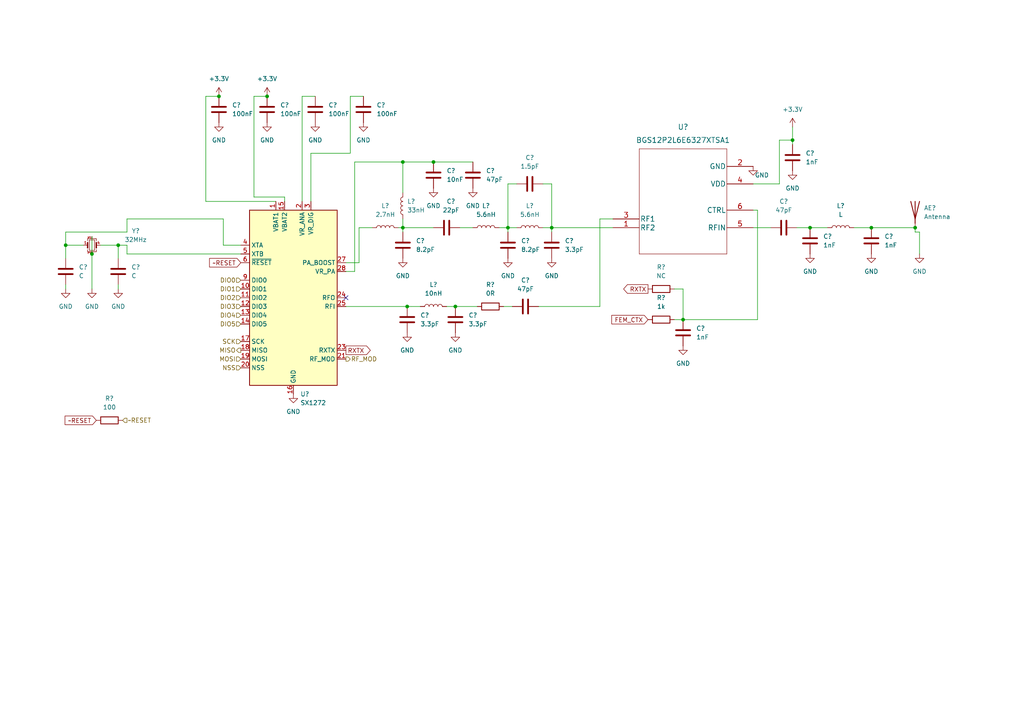
<source format=kicad_sch>
(kicad_sch (version 20211123) (generator eeschema)
  (paper "A4")
  (lib_symbols
    (symbol "BGS12P2L6E6327XTSA1:BGS12P2L6E6327XTSA1" (pin_names (offset 0.254))
      (property "Reference" "U" (at 20.32 12.7 0))
      (property "Value" "BGS12P2L6E6327XTSA1" (at 20.32 10.16 0))
      (symbol "BGS12P2L6E6327XTSA1_1_1"
        (polyline (pts (xy 7.62 -22.86) (xy 33.02 -22.86)) (stroke (width 0.127)))
        (polyline (pts (xy 7.62 7.62) (xy 7.62 -22.86)) (stroke (width 0.127)))
        (polyline (pts (xy 33.02 -22.86) (xy 33.02 7.62)) (stroke (width 0.127)))
        (polyline (pts (xy 33.02 7.62) (xy 7.62 7.62)) (stroke (width 0.127)))
        (pin unspecified line (at 40.64 0 180) (length 7.62) (name "RF2") (number "1"))
        (pin power_in line (at 0 -17.78 0) (length 7.62) (name "GND") (number "2"))
        (pin unspecified line (at 40.64 -2.54 180) (length 7.62) (name "RF1") (number "3"))
        (pin power_in line (at 0 -12.7 0) (length 7.62) (name "VDD") (number "4"))
        (pin input line (at 0 0 0) (length 7.62) (name "RFIN") (number "5"))
        (pin unspecified line (at 0 -5.08 0) (length 7.62) (name "CTRL") (number "6"))
      )
    )
    (symbol "Device:Antenna" (pin_numbers hide) (pin_names (offset 1.016) hide)
      (property "Reference" "AE" (at -1.905 1.905 0))
      (property "Value" "Antenna" (at -1.905 0 0))
      (symbol "Antenna_0_1"
        (polyline (pts (xy 0 2.54) (xy 0 -3.81)) (stroke (width 0.254)))
        (polyline (pts (xy 1.27 2.54) (xy 0 -2.54) (xy -1.27 2.54)) (stroke (width 0.254)))
      )
      (symbol "Antenna_1_1"
        (pin input line (at 0 -5.08 90) (length 2.54) (name "A") (number "1"))
      )
    )
    (symbol "Device:C" (pin_numbers hide) (pin_names (offset 0.254))
      (property "Reference" "C" (at 0.635 2.54 0))
      (property "Value" "C" (at 0.635 -2.54 0))
      (symbol "C_0_1"
        (polyline (pts (xy -2.032 -0.762) (xy 2.032 -0.762)) (stroke (width 0.508)))
        (polyline (pts (xy -2.032 0.762) (xy 2.032 0.762)) (stroke (width 0.508)))
      )
      (symbol "C_1_1"
        (pin passive line (at 0 3.81 270) (length 2.794) (name "~") (number "1"))
        (pin passive line (at 0 -3.81 90) (length 2.794) (name "~") (number "2"))
      )
    )
    (symbol "Device:Crystal_GND23_Small" (pin_names (offset 1.016) hide)
      (property "Reference" "Y" (at 1.27 4.445 0))
      (property "Value" "Crystal_GND23_Small" (at 1.27 2.54 0))
      (symbol "Crystal_GND23_Small_0_1"
        (rectangle (start -0.762 -1.524) (end 0.762 1.524))
        (polyline (pts (xy -1.27 -0.762) (xy -1.27 0.762)) (stroke (width 0.381)))
        (polyline (pts (xy 1.27 -0.762) (xy 1.27 0.762)) (stroke (width 0.381)))
        (polyline (pts (xy -1.27 -1.27) (xy -1.27 -1.905) (xy 1.27 -1.905) (xy 1.27 -1.27)))
        (polyline (pts (xy -1.27 1.27) (xy -1.27 1.905) (xy 1.27 1.905) (xy 1.27 1.27)))
      )
      (symbol "Crystal_GND23_Small_1_1"
        (pin passive line (at -2.54 0 0) (length 1.27) (name "1") (number "1"))
        (pin passive line (at 0 -2.54 90) (length 0.635) (name "2") (number "2"))
        (pin passive line (at 0 2.54 270) (length 0.635) (name "3") (number "3"))
        (pin passive line (at 2.54 0 180) (length 1.27) (name "4") (number "4"))
      )
    )
    (symbol "Device:L" (pin_numbers hide) (pin_names (offset 1.016) hide)
      (property "Reference" "L" (at -1.27 0 90))
      (property "Value" "L" (at 1.905 0 90))
      (symbol "L_0_1"
        (arc (start 0 -2.54) (mid 0.635 -1.905) (end 0 -1.27))
        (arc (start 0 -1.27) (mid 0.635 -0.635) (end 0 0))
        (arc (start 0 0) (mid 0.635 0.635) (end 0 1.27))
        (arc (start 0 1.27) (mid 0.635 1.905) (end 0 2.54))
      )
      (symbol "L_1_1"
        (pin passive line (at 0 3.81 270) (length 1.27) (name "1") (number "1"))
        (pin passive line (at 0 -3.81 90) (length 1.27) (name "2") (number "2"))
      )
    )
    (symbol "Device:R" (pin_numbers hide) (pin_names (offset 0))
      (property "Reference" "R" (at 2.032 0 90))
      (property "Value" "R" (at 0 0 90))
      (symbol "R_0_1"
        (rectangle (start -1.016 -2.54) (end 1.016 2.54) (stroke (width 0.254)))
      )
      (symbol "R_1_1"
        (pin passive line (at 0 3.81 270) (length 1.27) (name "~") (number "1"))
        (pin passive line (at 0 -3.81 90) (length 1.27) (name "~") (number "2"))
      )
    )
    (symbol "RF:SX1272"
      (property "Reference" "U" (at 13.97 24.13 0))
      (property "Value" "SX1272" (at 13.97 21.59 0))
      (symbol "SX1272_0_1"
        (rectangle (start -12.7 25.4) (end 12.7 -25.4) (stroke (width 0.254)) (fill (type background)))
      )
      (symbol "SX1272_1_1"
        (pin power_in line (at -5.08 27.94 270) (length 2.54) (name "VBAT1") (number "1"))
        (pin bidirectional line (at -15.24 2.54 0) (length 2.54) (name "DIO1") (number "10"))
        (pin bidirectional line (at -15.24 0 0) (length 2.54) (name "DIO2") (number "11"))
        (pin bidirectional line (at -15.24 -2.54 0) (length 2.54) (name "DIO3") (number "12"))
        (pin bidirectional line (at -15.24 -5.08 0) (length 2.54) (name "DIO4") (number "13"))
        (pin bidirectional line (at -15.24 -7.62 0) (length 2.54) (name "DIO5") (number "14"))
        (pin power_in line (at -2.54 27.94 270) (length 2.54) (name "VBAT2") (number "15"))
        (pin power_in line (at 0 -27.94 90) (length 2.54) (name "GND") (number "16"))
        (pin input line (at -15.24 -12.7 0) (length 2.54) (name "SCK") (number "17"))
        (pin output line (at -15.24 -15.24 0) (length 2.54) (name "MISO") (number "18"))
        (pin input line (at -15.24 -17.78 0) (length 2.54) (name "MOSI") (number "19"))
        (pin power_in line (at 2.54 27.94 270) (length 2.54) (name "VR_ANA") (number "2"))
        (pin input line (at -15.24 -20.32 0) (length 2.54) (name "NSS") (number "20"))
        (pin output line (at 15.24 -17.78 180) (length 2.54) (name "RF_MOD") (number "21"))
        (pin passive line (at 0 -27.94 90) (length 2.54) hide (name "GND") (number "22"))
        (pin output line (at 15.24 -15.24 180) (length 2.54) (name "RXTX") (number "23"))
        (pin output line (at 15.24 0 180) (length 2.54) (name "RFO") (number "24"))
        (pin input line (at 15.24 -2.54 180) (length 2.54) (name "RFI") (number "25"))
        (pin passive line (at 0 -27.94 90) (length 2.54) hide (name "GND") (number "26"))
        (pin power_out line (at 15.24 10.16 180) (length 2.54) (name "PA_BOOST") (number "27"))
        (pin power_out line (at 15.24 7.62 180) (length 2.54) (name "VR_PA") (number "28"))
        (pin passive line (at 0 -27.94 90) (length 2.54) hide (name "GND") (number "29"))
        (pin power_in line (at 5.08 27.94 270) (length 2.54) (name "VR_DIG") (number "3"))
        (pin bidirectional line (at -15.24 15.24 0) (length 2.54) (name "XTA") (number "4"))
        (pin bidirectional line (at -15.24 12.7 0) (length 2.54) (name "XTB") (number "5"))
        (pin input line (at -15.24 10.16 0) (length 2.54) (name "~{RESET}") (number "6"))
        (pin no_connect line (at 12.7 -7.62 180) (length 2.54) hide (name "NC") (number "7"))
        (pin no_connect line (at 12.7 -5.08 180) (length 2.54) hide (name "NC") (number "8"))
        (pin bidirectional line (at -15.24 5.08 0) (length 2.54) (name "DIO0") (number "9"))
      )
    )
    (symbol "power:+3.3V" (power) (pin_names (offset 0))
      (property "Value" "+3.3V" (at 0 3.556 0))
      (symbol "+3.3V_0_1"
        (polyline (pts (xy -0.762 1.27) (xy 0 2.54)))
        (polyline (pts (xy 0 0) (xy 0 2.54)))
        (polyline (pts (xy 0 2.54) (xy 0.762 1.27)))
      )
      (symbol "+3.3V_1_1"
        (pin power_in line (at 0 0 90) (length 0) hide (name "+3.3V") (number "1"))
      )
    )
    (symbol "power:GND" (power) (pin_names (offset 0))
      (property "Value" "GND" (at 0 -3.81 0))
      (symbol "GND_0_1"
        (polyline (pts (xy 0 0) (xy 0 -1.27) (xy 1.27 -1.27) (xy 0 -2.54) (xy -1.27 -1.27) (xy 0 -1.27)))
      )
      (symbol "GND_1_1"
        (pin power_in line (at 0 0 270) (length 0) hide (name "GND") (number "1"))
      )
    )
  )
  (junction (at 77.47 27.94))
  (junction (at 63.5 27.94))
  (junction (at 198.12 92.71))
  (junction (at 116.84 46.99))
  (junction (at 19.05 71.12))
  (junction (at 34.29 71.12))
  (junction (at 125.73 46.99))
  (junction (at 252.73 66.04))
  (junction (at 229.87 40.64))
  (junction (at 26.67 73.66))
  (junction (at 118.11 88.9))
  (junction (at 147.32 66.04))
  (junction (at 160.02 66.04))
  (junction (at 116.84 66.04))
  (junction (at 132.08 88.9))
  (junction (at 265.43 66.04))
  (junction (at 234.95 66.04))
  (no_connect (at 100.33 86.36))
  (wire (pts (xy 36.83 63.5) (xy 36.83 67.31)))
  (wire (pts (xy 102.87 78.74) (xy 102.87 46.99)))
  (wire (pts (xy 100.33 78.74) (xy 102.87 78.74)))
  (wire (pts (xy 266.7 67.31) (xy 265.43 67.31)))
  (wire (pts (xy 146.05 88.9) (xy 148.59 88.9)))
  (wire (pts (xy 147.32 66.04) (xy 147.32 67.31)))
  (wire (pts (xy 87.63 27.94) (xy 91.44 27.94)))
  (wire (pts (xy 115.57 66.04) (xy 116.84 66.04)))
  (wire (pts (xy 147.32 66.04) (xy 149.86 66.04)))
  (wire (pts (xy 226.06 53.34) (xy 226.06 40.64)))
  (wire (pts (xy 116.84 66.04) (xy 116.84 67.31)))
  (wire (pts (xy 229.87 40.64) (xy 229.87 41.91)))
  (wire (pts (xy 107.95 66.04) (xy 104.14 66.04)))
  (wire (pts (xy 73.66 27.94) (xy 77.47 27.94)))
  (wire (pts (xy 34.29 71.12) (xy 36.83 71.12)))
  (wire (pts (xy 116.84 63.5) (xy 116.84 66.04)))
  (wire (pts (xy 36.83 67.31) (xy 19.05 67.31)))
  (wire (pts (xy 73.66 57.15) (xy 73.66 27.94)))
  (wire (pts (xy 36.83 73.66) (xy 69.85 73.66)))
  (wire (pts (xy 26.67 73.66) (xy 26.67 83.82)))
  (wire (pts (xy 218.44 53.34) (xy 226.06 53.34)))
  (wire (pts (xy 100.33 88.9) (xy 118.11 88.9)))
  (wire (pts (xy 173.99 63.5) (xy 173.99 88.9)))
  (wire (pts (xy 229.87 36.83) (xy 229.87 40.64)))
  (wire (pts (xy 147.32 53.34) (xy 147.32 66.04)))
  (wire (pts (xy 116.84 46.99) (xy 125.73 46.99)))
  (wire (pts (xy 160.02 53.34) (xy 160.02 66.04)))
  (wire (pts (xy 132.08 88.9) (xy 138.43 88.9)))
  (wire (pts (xy 195.58 83.82) (xy 198.12 83.82)))
  (wire (pts (xy 266.7 73.66) (xy 266.7 67.31)))
  (wire (pts (xy 147.32 53.34) (xy 149.86 53.34)))
  (wire (pts (xy 59.69 27.94) (xy 59.69 58.42)))
  (wire (pts (xy 195.58 92.71) (xy 198.12 92.71)))
  (wire (pts (xy 133.35 66.04) (xy 137.16 66.04)))
  (wire (pts (xy 104.14 66.04) (xy 104.14 76.2)))
  (wire (pts (xy 231.14 66.04) (xy 234.95 66.04)))
  (wire (pts (xy 218.44 66.04) (xy 223.52 66.04)))
  (wire (pts (xy 34.29 82.55) (xy 34.29 83.82)))
  (wire (pts (xy 82.55 57.15) (xy 82.55 58.42)))
  (wire (pts (xy 19.05 67.31) (xy 19.05 71.12)))
  (wire (pts (xy 90.17 44.45) (xy 101.6 44.45)))
  (wire (pts (xy 160.02 66.04) (xy 177.8 66.04)))
  (wire (pts (xy 36.83 73.66) (xy 36.83 71.12)))
  (wire (pts (xy 160.02 67.31) (xy 160.02 66.04)))
  (wire (pts (xy 90.17 58.42) (xy 90.17 44.45)))
  (wire (pts (xy 26.67 68.58) (xy 26.67 73.66)))
  (wire (pts (xy 265.43 67.31) (xy 265.43 66.04)))
  (wire (pts (xy 118.11 88.9) (xy 121.92 88.9)))
  (wire (pts (xy 173.99 63.5) (xy 177.8 63.5)))
  (wire (pts (xy 64.77 63.5) (xy 64.77 71.12)))
  (wire (pts (xy 218.44 60.96) (xy 219.71 60.96)))
  (wire (pts (xy 59.69 58.42) (xy 80.01 58.42)))
  (wire (pts (xy 34.29 71.12) (xy 34.29 74.93)))
  (wire (pts (xy 63.5 27.94) (xy 59.69 27.94)))
  (wire (pts (xy 157.48 66.04) (xy 160.02 66.04)))
  (wire (pts (xy 87.63 27.94) (xy 87.63 58.42)))
  (wire (pts (xy 101.6 27.94) (xy 101.6 44.45)))
  (wire (pts (xy 64.77 71.12) (xy 69.85 71.12)))
  (wire (pts (xy 24.13 71.12) (xy 19.05 71.12)))
  (wire (pts (xy 29.21 71.12) (xy 34.29 71.12)))
  (wire (pts (xy 116.84 55.88) (xy 116.84 46.99)))
  (wire (pts (xy 36.83 63.5) (xy 64.77 63.5)))
  (wire (pts (xy 198.12 92.71) (xy 219.71 92.71)))
  (wire (pts (xy 116.84 66.04) (xy 125.73 66.04)))
  (wire (pts (xy 247.65 66.04) (xy 252.73 66.04)))
  (wire (pts (xy 125.73 46.99) (xy 137.16 46.99)))
  (wire (pts (xy 102.87 46.99) (xy 116.84 46.99)))
  (wire (pts (xy 19.05 71.12) (xy 19.05 74.93)))
  (wire (pts (xy 198.12 83.82) (xy 198.12 92.71)))
  (wire (pts (xy 226.06 40.64) (xy 229.87 40.64)))
  (wire (pts (xy 19.05 82.55) (xy 19.05 83.82)))
  (wire (pts (xy 82.55 57.15) (xy 73.66 57.15)))
  (wire (pts (xy 219.71 60.96) (xy 219.71 92.71)))
  (wire (pts (xy 252.73 66.04) (xy 265.43 66.04)))
  (wire (pts (xy 156.21 88.9) (xy 173.99 88.9)))
  (wire (pts (xy 101.6 27.94) (xy 105.41 27.94)))
  (wire (pts (xy 234.95 66.04) (xy 240.03 66.04)))
  (wire (pts (xy 104.14 76.2) (xy 100.33 76.2)))
  (wire (pts (xy 144.78 66.04) (xy 147.32 66.04)))
  (wire (pts (xy 132.08 88.9) (xy 129.54 88.9)))
  (wire (pts (xy 157.48 53.34) (xy 160.02 53.34)))
  (global_label "RXTX" (shape output) (at 100.33 101.6 0) (property "Intersheet References" "${INTERSHEET_REFS}" (effects hide)))
  (global_label "~RESET" (shape input) (at 69.85 76.2 180) (property "Intersheet References" "${INTERSHEET_REFS}" (effects hide)))
  (global_label "FEM_CTX" (shape input) (at 187.96 92.71 180) (property "Intersheet References" "${INTERSHEET_REFS}" (effects hide)))
  (global_label "~RESET" (shape input) (at 27.94 121.92 180) (property "Intersheet References" "${INTERSHEET_REFS}" (effects hide)))
  (global_label "RXTX" (shape output) (at 187.96 83.82 180) (property "Intersheet References" "${INTERSHEET_REFS}" (effects hide)))
  (hierarchical_label "MISO" (shape output) (at 69.85 101.6 180))
  (hierarchical_label "DIO5" (shape input) (at 69.85 93.98 180))
  (hierarchical_label "DIO4" (shape input) (at 69.85 91.44 180))
  (hierarchical_label "NSS" (shape input) (at 69.85 106.68 180))
  (hierarchical_label "DIO0" (shape input) (at 69.85 81.28 180))
  (hierarchical_label "RF_MOD" (shape output) (at 100.33 104.14 0))
  (hierarchical_label "DIO3" (shape input) (at 69.85 88.9 180))
  (hierarchical_label "SCK" (shape input) (at 69.85 99.06 180))
  (hierarchical_label "MOSI" (shape input) (at 69.85 104.14 180))
  (hierarchical_label "~RESET" (shape input) (at 35.56 121.92 0))
  (hierarchical_label "DIO2" (shape input) (at 69.85 86.36 180))
  (hierarchical_label "DIO1" (shape input) (at 69.85 83.82 180))
  (symbol (lib_id "power:GND") (at 198.12 100.33 0) (unit 1)
    (property "Reference" "#PWR?" (effects hide))
    (property "Value" "GND" (at 198.12 105.41 0))
  )
  (symbol (lib_id "power:GND") (at 77.47 35.56 0) (unit 1)
    (property "Reference" "#PWR?" (effects hide))
    (property "Value" "GND" (at 77.47 40.64 0))
  )
  (symbol (lib_id "power:+3.3V") (at 77.47 27.94 0) (unit 1)
    (property "Reference" "#PWR?" (effects hide))
    (property "Value" "+3.3V" (at 77.47 22.86 0))
  )
  (symbol (lib_id "Device:C") (at 116.84 71.12 0) (unit 1)
    (property "Reference" "C?" (at 120.65 69.8499 0) (effects (justify left)))
    (property "Value" "8.2pF" (at 120.65 72.3899 0) (effects (justify left)))
  )
  (symbol (lib_id "power:GND") (at 118.11 96.52 0) (unit 1)
    (property "Reference" "#PWR?" (effects hide))
    (property "Value" "GND" (at 118.11 101.6 0))
  )
  (symbol (lib_id "power:GND") (at 266.7 73.66 0) (unit 1)
    (property "Reference" "#PWR?" (effects hide))
    (property "Value" "GND" (at 266.7 78.74 0))
  )
  (symbol (lib_id "power:GND") (at 132.08 96.52 0) (unit 1)
    (property "Reference" "#PWR?" (effects hide))
    (property "Value" "GND" (at 132.08 101.6 0))
  )
  (symbol (lib_id "power:+3.3V") (at 63.5 27.94 0) (unit 1)
    (property "Reference" "#PWR?" (effects hide))
    (property "Value" "+3.3V" (at 63.5 22.86 0))
  )
  (symbol (lib_id "Device:C") (at 34.29 78.74 0) (unit 1)
    (property "Reference" "C?" (at 38.1 77.4699 0) (effects (justify left)))
    (property "Value" "C" (at 38.1 80.0099 0) (effects (justify left)))
  )
  (symbol (lib_id "Device:C") (at 105.41 31.75 180) (unit 1)
    (property "Reference" "C?" (at 109.22 30.4799 0) (effects (justify right)))
    (property "Value" "100nF" (at 109.22 33.0199 0) (effects (justify right)))
  )
  (symbol (lib_id "Device:C") (at 153.67 53.34 90) (unit 1)
    (property "Reference" "C?" (at 153.67 45.72 90))
    (property "Value" "1.5pF" (at 153.67 48.26 90))
  )
  (symbol (lib_id "Device:C") (at 125.73 50.8 0) (unit 1)
    (property "Reference" "C?" (at 129.54 49.5299 0) (effects (justify left)))
    (property "Value" "10nF" (at 129.54 52.0699 0) (effects (justify left)))
  )
  (symbol (lib_id "Device:R") (at 31.75 121.92 90) (unit 1)
    (property "Reference" "R?" (at 31.75 115.57 90))
    (property "Value" "100" (at 31.75 118.11 90))
  )
  (symbol (lib_id "power:GND") (at 34.29 83.82 0) (unit 1)
    (property "Reference" "#PWR?" (effects hide))
    (property "Value" "GND" (at 34.29 88.9 0))
  )
  (symbol (lib_id "Device:L") (at 243.84 66.04 90) (unit 1)
    (property "Reference" "L?" (at 243.84 59.69 90))
    (property "Value" "L" (at 243.84 62.23 90))
  )
  (symbol (lib_id "power:GND") (at 19.05 83.82 0) (unit 1)
    (property "Reference" "#PWR?" (effects hide))
    (property "Value" "GND" (at 19.05 88.9 0))
  )
  (symbol (lib_id "Device:R") (at 142.24 88.9 90) (unit 1)
    (property "Reference" "R?" (at 142.24 82.55 90))
    (property "Value" "0R" (at 142.24 85.09 90))
  )
  (symbol (lib_id "Device:Crystal_GND23_Small") (at 26.67 71.12 0) (unit 1)
    (property "Reference" "Y?" (at 39.37 66.9798 0))
    (property "Value" "32MHz" (at 39.37 69.5198 0))
  )
  (symbol (lib_id "Device:C") (at 229.87 45.72 0) (unit 1)
    (property "Reference" "C?" (at 233.68 44.4499 0) (effects (justify left)))
    (property "Value" "1nF" (at 233.68 46.9899 0) (effects (justify left)))
  )
  (symbol (lib_id "power:GND") (at 91.44 35.56 0) (unit 1)
    (property "Reference" "#PWR?" (effects hide))
    (property "Value" "GND" (at 91.44 40.64 0))
  )
  (symbol (lib_id "power:GND") (at 63.5 35.56 0) (unit 1)
    (property "Reference" "#PWR?" (effects hide))
    (property "Value" "GND" (at 63.5 40.64 0))
  )
  (symbol (lib_id "Device:C") (at 227.33 66.04 90) (unit 1)
    (property "Reference" "C?" (at 227.33 58.42 90))
    (property "Value" "47pF" (at 227.33 60.96 90))
  )
  (symbol (lib_id "power:GND") (at 218.44 48.26 0) (unit 1)
    (property "Reference" "#PWR?" (effects hide))
    (property "Value" "GND" (at 220.98 50.8 0))
  )
  (symbol (lib_id "Device:R") (at 191.77 92.71 90) (unit 1)
    (property "Reference" "R?" (at 191.77 86.36 90))
    (property "Value" "1k" (at 191.77 88.9 90))
  )
  (symbol (lib_id "Device:C") (at 129.54 66.04 90) (unit 1)
    (property "Reference" "C?" (at 130.81 58.42 90))
    (property "Value" "22pF" (at 130.81 60.96 90))
  )
  (symbol (lib_id "Device:L") (at 125.73 88.9 90) (unit 1)
    (property "Reference" "L?" (at 125.73 82.55 90))
    (property "Value" "10nH" (at 125.73 85.09 90))
  )
  (symbol (lib_id "Device:L") (at 111.76 66.04 90) (unit 1)
    (property "Reference" "L?" (at 111.76 59.69 90))
    (property "Value" "2.7nH" (at 111.76 62.23 90))
  )
  (symbol (lib_id "Device:R") (at 191.77 83.82 90) (unit 1)
    (property "Reference" "R?" (at 191.77 77.47 90))
    (property "Value" "NC" (at 191.77 80.01 90))
  )
  (symbol (lib_id "Device:C") (at 198.12 96.52 0) (unit 1)
    (property "Reference" "C?" (at 201.93 95.2499 0) (effects (justify left)))
    (property "Value" "1nF" (at 201.93 97.7899 0) (effects (justify left)))
  )
  (symbol (lib_id "Device:L") (at 140.97 66.04 90) (unit 1)
    (property "Reference" "L?" (at 140.97 59.69 90))
    (property "Value" "5.6nH" (at 140.97 62.23 90))
  )
  (symbol (lib_id "Device:Antenna") (at 265.43 60.96 0) (unit 1)
    (property "Reference" "AE?" (at 267.97 60.3249 0) (effects (justify left)))
    (property "Value" "Antenna" (at 267.97 62.8649 0) (effects (justify left)))
  )
  (symbol (lib_id "Device:C") (at 132.08 92.71 0) (unit 1)
    (property "Reference" "C?" (at 135.89 91.4399 0) (effects (justify left)))
    (property "Value" "3.3pF" (at 135.89 93.9799 0) (effects (justify left)))
  )
  (symbol (lib_id "RF:SX1272") (at 85.09 86.36 0) (unit 1)
    (property "Reference" "U?" (at 87.1094 114.3 0) (effects (justify left)))
    (property "Value" "SX1272" (at 87.1094 116.84 0) (effects (justify left)))
    (property "Footprint" "footprints:SX1272IMLTRT" (effects hide))
    (property "Datasheet" "https://semtech.my.salesforce.com/sfc/p/#E0000000JelG/a/440000001NCE/v_VBhk1IolDgxwwnOpcS_vTFxPfSEPQbuneK3mWsXlU" (effects hide))
  )
  (symbol (lib_id "Device:C") (at 19.05 78.74 0) (unit 1)
    (property "Reference" "C?" (at 22.86 77.4699 0) (effects (justify left)))
    (property "Value" "C" (at 22.86 80.0099 0) (effects (justify left)))
  )
  (symbol (lib_id "power:GND") (at 137.16 54.61 0) (unit 1)
    (property "Reference" "#PWR?" (effects hide))
    (property "Value" "GND" (at 137.16 59.69 0))
  )
  (symbol (lib_id "Device:C") (at 137.16 50.8 0) (unit 1)
    (property "Reference" "C?" (at 140.97 49.5299 0) (effects (justify left)))
    (property "Value" "47pF" (at 140.97 52.0699 0) (effects (justify left)))
  )
  (symbol (lib_id "Device:L") (at 116.84 59.69 180) (unit 1)
    (property "Reference" "L?" (at 118.11 58.42 0) (effects (justify right)))
    (property "Value" "33nH" (at 118.11 60.96 0) (effects (justify right)))
  )
  (symbol (lib_id "Device:C") (at 147.32 71.12 0) (unit 1)
    (property "Reference" "C?" (at 151.13 69.8499 0) (effects (justify left)))
    (property "Value" "8.2pF" (at 151.13 72.3899 0) (effects (justify left)))
  )
  (symbol (lib_id "Device:C") (at 152.4 88.9 270) (unit 1)
    (property "Reference" "C?" (at 152.4 81.28 90))
    (property "Value" "47pF" (at 152.4 83.82 90))
  )
  (symbol (lib_id "power:GND") (at 252.73 73.66 0) (unit 1)
    (property "Reference" "#PWR?" (effects hide))
    (property "Value" "GND" (at 252.73 78.74 0))
  )
  (symbol (lib_id "power:GND") (at 85.09 114.3 0) (unit 1)
    (property "Reference" "#PWR?" (effects hide))
    (property "Value" "GND" (at 85.09 119.38 0))
  )
  (symbol (lib_id "Device:C") (at 63.5 31.75 180) (unit 1)
    (property "Reference" "C?" (at 67.31 30.4799 0) (effects (justify right)))
    (property "Value" "100nF" (at 67.31 33.0199 0) (effects (justify right)))
  )
  (symbol (lib_id "power:GND") (at 26.67 83.82 0) (unit 1)
    (property "Reference" "#PWR?" (effects hide))
    (property "Value" "GND" (at 26.67 88.9 0))
  )
  (symbol (lib_id "power:GND") (at 116.84 74.93 0) (unit 1)
    (property "Reference" "#PWR?" (effects hide))
    (property "Value" "GND" (at 116.84 80.01 0))
  )
  (symbol (lib_id "power:GND") (at 234.95 73.66 0) (unit 1)
    (property "Reference" "#PWR?" (effects hide))
    (property "Value" "GND" (at 234.95 78.74 0))
  )
  (symbol (lib_id "Device:C") (at 234.95 69.85 180) (unit 1)
    (property "Reference" "C?" (at 238.76 68.5799 0) (effects (justify right)))
    (property "Value" "1nF" (at 238.76 71.1199 0) (effects (justify right)))
  )
  (symbol (lib_id "power:GND") (at 125.73 54.61 0) (unit 1)
    (property "Reference" "#PWR?" (effects hide))
    (property "Value" "GND" (at 125.73 59.69 0))
  )
  (symbol (lib_id "power:GND") (at 147.32 74.93 0) (unit 1)
    (property "Reference" "#PWR?" (effects hide))
    (property "Value" "GND" (at 147.32 80.01 0))
  )
  (symbol (lib_id "power:GND") (at 229.87 49.53 0) (unit 1)
    (property "Reference" "#PWR?" (effects hide))
    (property "Value" "GND" (at 229.87 54.61 0))
  )
  (symbol (lib_id "power:GND") (at 105.41 35.56 0) (unit 1)
    (property "Reference" "#PWR?" (effects hide))
    (property "Value" "GND" (at 105.41 40.64 0))
  )
  (symbol (lib_id "power:GND") (at 160.02 74.93 0) (unit 1)
    (property "Reference" "#PWR?" (effects hide))
    (property "Value" "GND" (at 160.02 80.01 0))
  )
  (symbol (lib_id "Device:C") (at 91.44 31.75 180) (unit 1)
    (property "Reference" "C?" (at 95.25 30.4799 0) (effects (justify right)))
    (property "Value" "100nF" (at 95.25 33.0199 0) (effects (justify right)))
  )
  (symbol (lib_id "Device:C") (at 77.47 31.75 180) (unit 1)
    (property "Reference" "C?" (at 81.28 30.4799 0) (effects (justify right)))
    (property "Value" "100nF" (at 81.28 33.0199 0) (effects (justify right)))
  )
  (symbol (lib_id "Device:C") (at 118.11 92.71 0) (unit 1)
    (property "Reference" "C?" (at 121.92 91.4399 0) (effects (justify left)))
    (property "Value" "3.3pF" (at 121.92 93.9799 0) (effects (justify left)))
  )
  (symbol (lib_id "power:+3.3V") (at 229.87 36.83 0) (unit 1)
    (property "Reference" "#PWR?" (effects hide))
    (property "Value" "+3.3V" (at 229.87 31.75 0))
  )
  (symbol (lib_id "Device:L") (at 153.67 66.04 90) (unit 1)
    (property "Reference" "L?" (at 153.67 59.69 90))
    (property "Value" "5.6nH" (at 153.67 62.23 90))
  )
  (symbol (lib_id "Device:C") (at 160.02 71.12 0) (unit 1)
    (property "Reference" "C?" (at 163.83 69.8499 0) (effects (justify left)))
    (property "Value" "3.3pF" (at 163.83 72.3899 0) (effects (justify left)))
  )
  (symbol (lib_id "BGS12P2L6E6327XTSA1:BGS12P2L6E6327XTSA1") (at 218.44 66.04 180) (unit 1)
    (property "Reference" "U?" (at 198.12 36.83 0) (effects (font (size 1.524 1.524))))
    (property "Value" "BGS12P2L6E6327XTSA1" (at 198.12 40.64 0) (effects (font (size 1.524 1.524))))
    (property "Footprint" "footprints:BGS12P2L6E6327XTSA1" (effects hide))
  )
  (symbol (lib_id "Device:C") (at 252.73 69.85 180) (unit 1)
    (property "Reference" "C?" (at 256.54 68.5799 0) (effects (justify right)))
    (property "Value" "1nF" (at 256.54 71.1199 0) (effects (justify right)))
  )
)
</source>
